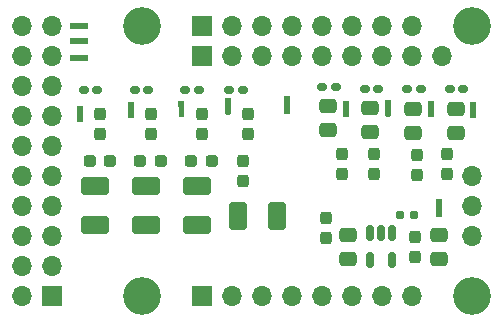
<source format=gbr>
%TF.GenerationSoftware,KiCad,Pcbnew,8.0.7*%
%TF.CreationDate,2024-12-23T17:36:37-05:00*%
%TF.ProjectId,tac5212_audio_board_single_ended,74616335-3231-4325-9f61-7564696f5f62,rev?*%
%TF.SameCoordinates,Original*%
%TF.FileFunction,Soldermask,Bot*%
%TF.FilePolarity,Negative*%
%FSLAX46Y46*%
G04 Gerber Fmt 4.6, Leading zero omitted, Abs format (unit mm)*
G04 Created by KiCad (PCBNEW 8.0.7) date 2024-12-23 17:36:37*
%MOMM*%
%LPD*%
G01*
G04 APERTURE LIST*
G04 Aperture macros list*
%AMRoundRect*
0 Rectangle with rounded corners*
0 $1 Rounding radius*
0 $2 $3 $4 $5 $6 $7 $8 $9 X,Y pos of 4 corners*
0 Add a 4 corners polygon primitive as box body*
4,1,4,$2,$3,$4,$5,$6,$7,$8,$9,$2,$3,0*
0 Add four circle primitives for the rounded corners*
1,1,$1+$1,$2,$3*
1,1,$1+$1,$4,$5*
1,1,$1+$1,$6,$7*
1,1,$1+$1,$8,$9*
0 Add four rect primitives between the rounded corners*
20,1,$1+$1,$2,$3,$4,$5,0*
20,1,$1+$1,$4,$5,$6,$7,0*
20,1,$1+$1,$6,$7,$8,$9,0*
20,1,$1+$1,$8,$9,$2,$3,0*%
G04 Aperture macros list end*
%ADD10R,1.700000X1.700000*%
%ADD11O,1.700000X1.700000*%
%ADD12C,3.200000*%
%ADD13RoundRect,0.250000X0.475000X-0.337500X0.475000X0.337500X-0.475000X0.337500X-0.475000X-0.337500X0*%
%ADD14RoundRect,0.237500X-0.237500X0.300000X-0.237500X-0.300000X0.237500X-0.300000X0.237500X0.300000X0*%
%ADD15R,0.500000X0.500000*%
%ADD16R,0.450000X0.750000*%
%ADD17RoundRect,0.160000X0.222500X0.160000X-0.222500X0.160000X-0.222500X-0.160000X0.222500X-0.160000X0*%
%ADD18RoundRect,0.237500X-0.287500X-0.237500X0.287500X-0.237500X0.287500X0.237500X-0.287500X0.237500X0*%
%ADD19RoundRect,0.237500X0.237500X-0.300000X0.237500X0.300000X-0.237500X0.300000X-0.237500X-0.300000X0*%
%ADD20R,0.508000X0.500000*%
%ADD21R,0.508000X0.508000*%
%ADD22RoundRect,0.250001X0.924999X-0.499999X0.924999X0.499999X-0.924999X0.499999X-0.924999X-0.499999X0*%
%ADD23R,0.500000X0.508000*%
%ADD24RoundRect,0.250001X-0.499999X-0.924999X0.499999X-0.924999X0.499999X0.924999X-0.499999X0.924999X0*%
%ADD25RoundRect,0.237500X0.287500X0.237500X-0.287500X0.237500X-0.287500X-0.237500X0.287500X-0.237500X0*%
%ADD26RoundRect,0.160000X-0.222500X-0.160000X0.222500X-0.160000X0.222500X0.160000X-0.222500X0.160000X0*%
%ADD27RoundRect,0.250000X-0.475000X0.337500X-0.475000X-0.337500X0.475000X-0.337500X0.475000X0.337500X0*%
%ADD28RoundRect,0.150000X-0.150000X0.512500X-0.150000X-0.512500X0.150000X-0.512500X0.150000X0.512500X0*%
%ADD29RoundRect,0.160000X-0.197500X-0.160000X0.197500X-0.160000X0.197500X0.160000X-0.197500X0.160000X0*%
%ADD30RoundRect,0.237500X-0.237500X0.287500X-0.237500X-0.287500X0.237500X-0.287500X0.237500X0.287500X0*%
%ADD31R,0.475000X0.675000*%
G04 APERTURE END LIST*
%TO.C,OP2*%
G36*
X100550000Y-107425000D02*
G01*
X100050000Y-107425000D01*
X100050000Y-106575000D01*
X100550000Y-106575000D01*
X100550000Y-107425000D01*
G37*
%TO.C,INP2*%
G36*
X121650000Y-107435000D02*
G01*
X121150000Y-107435000D01*
X121150000Y-106585000D01*
X121650000Y-106585000D01*
X121650000Y-107435000D01*
G37*
%TO.C,GND108*%
G36*
X108946000Y-106154000D02*
G01*
X109454000Y-106154000D01*
X109454000Y-106654000D01*
X108946000Y-106654000D01*
X108946000Y-106154000D01*
G37*
%TO.C,INM2*%
G36*
X125250000Y-107482500D02*
G01*
X124750000Y-107482500D01*
X124750000Y-106632500D01*
X125250000Y-106632500D01*
X125250000Y-107482500D01*
G37*
%TO.C,OM2*%
G36*
X104450000Y-107200000D02*
G01*
X103950000Y-107200000D01*
X103950000Y-106350000D01*
X104450000Y-106350000D01*
X104450000Y-107200000D01*
G37*
%TO.C,SDA108*%
G36*
X91846000Y-102146000D02*
G01*
X91346000Y-102146000D01*
X91346000Y-102654000D01*
X91846000Y-102654000D01*
X91846000Y-102146000D01*
G37*
%TO.C,MCLK108*%
G36*
X91846000Y-99446000D02*
G01*
X91354000Y-99446000D01*
X91354000Y-99954000D01*
X91846000Y-99954000D01*
X91846000Y-99446000D01*
G37*
%TO.C,SCL108*%
G36*
X91846000Y-100746000D02*
G01*
X91346000Y-100746000D01*
X91346000Y-101254000D01*
X91846000Y-101254000D01*
X91846000Y-100746000D01*
G37*
%TO.C,OP1*%
G36*
X96250000Y-107500000D02*
G01*
X95750000Y-107500000D01*
X95750000Y-106650000D01*
X96250000Y-106650000D01*
X96250000Y-107500000D01*
G37*
%TO.C,INM1*%
G36*
X118050000Y-107362500D02*
G01*
X117550000Y-107362500D01*
X117550000Y-106512500D01*
X118050000Y-106512500D01*
X118050000Y-107362500D01*
G37*
%TO.C,G119*%
G36*
X121846000Y-114854000D02*
G01*
X122354000Y-114854000D01*
X122354000Y-115354000D01*
X121846000Y-115354000D01*
X121846000Y-114854000D01*
G37*
%TO.C,OM1*%
G36*
X91462500Y-106475000D02*
G01*
X91937500Y-106475000D01*
X91937500Y-107350000D01*
X91462500Y-107350000D01*
X91462500Y-106475000D01*
G37*
%TO.C,INP1*%
G36*
X114450000Y-107425000D02*
G01*
X113950000Y-107425000D01*
X113950000Y-106575000D01*
X114450000Y-106575000D01*
X114450000Y-107425000D01*
G37*
%TD*%
D10*
%TO.C,board_outline108*%
X89337500Y-122600000D03*
D11*
X86797500Y-122600000D03*
X89337500Y-120060000D03*
X86797500Y-120060000D03*
X89337500Y-117520000D03*
X86797500Y-117520000D03*
X89337500Y-114980000D03*
X86797500Y-114980000D03*
X89337500Y-112440000D03*
X86797500Y-112440000D03*
X89337500Y-109900000D03*
X86797500Y-109900000D03*
X89337500Y-107360000D03*
X86797500Y-107360000D03*
X89337500Y-104820000D03*
X86797500Y-104820000D03*
X89337500Y-102280000D03*
X86797500Y-102280000D03*
X89337500Y-99740000D03*
X86797500Y-99740000D03*
D10*
X102047500Y-102285000D03*
X102047500Y-99745000D03*
D11*
X104587500Y-102285000D03*
X104587500Y-99745000D03*
X107127500Y-102285000D03*
X107127500Y-99745000D03*
X109667500Y-102285000D03*
X109667500Y-99745000D03*
X112207500Y-102285000D03*
X112207500Y-99745000D03*
X114747500Y-102285000D03*
X114747500Y-99745000D03*
X117287500Y-102285000D03*
X117287500Y-99745000D03*
X119827500Y-102285000D03*
X119827500Y-99745000D03*
D10*
X102047500Y-122605000D03*
D11*
X104587500Y-122605000D03*
X107127500Y-122605000D03*
X109667500Y-122605000D03*
X112207500Y-122605000D03*
X114747500Y-122605000D03*
X117287500Y-122605000D03*
X119827500Y-122605000D03*
X124892500Y-117525000D03*
X124892500Y-114985000D03*
X124892500Y-112445000D03*
X122352500Y-102285000D03*
D12*
X96952500Y-99745000D03*
X124892500Y-99745000D03*
X96952500Y-122605000D03*
X124892500Y-122605000D03*
%TD*%
D13*
%TO.C,T\u002AC108*%
X122134314Y-119475000D03*
X122134314Y-117400000D03*
%TD*%
D14*
%TO.C,C127*%
X113900000Y-110537500D03*
X113900000Y-112262500D03*
%TD*%
D15*
%TO.C,OP2*%
X100300000Y-106325000D03*
D16*
X100300000Y-107100000D03*
%TD*%
D17*
%TO.C,D111*%
X104327500Y-105100000D03*
X105472500Y-105100000D03*
%TD*%
D18*
%TO.C,R108*%
X96825000Y-111100000D03*
X98575000Y-111100000D03*
%TD*%
D15*
%TO.C,INP2*%
X121400000Y-106335000D03*
D16*
X121400000Y-107110000D03*
%TD*%
D19*
%TO.C,T\u002AC109*%
X120034314Y-119300000D03*
X120034314Y-117575000D03*
%TD*%
D14*
%TO.C,C124*%
X122800000Y-110537500D03*
X122800000Y-112262500D03*
%TD*%
D20*
%TO.C,GND108*%
X109200000Y-106904000D03*
D21*
X109200000Y-105900000D03*
%TD*%
D14*
%TO.C,C125*%
X120200000Y-110637500D03*
X120200000Y-112362500D03*
%TD*%
D15*
%TO.C,INM2*%
X125000000Y-106382500D03*
D16*
X125000000Y-107157500D03*
%TD*%
D22*
%TO.C,C114*%
X93000000Y-116525000D03*
X93000000Y-113275000D03*
%TD*%
D13*
%TO.C,T\u002AC110*%
X114434314Y-119475000D03*
X114434314Y-117400000D03*
%TD*%
D15*
%TO.C,OM2*%
X104200000Y-106100000D03*
D16*
X104200000Y-106875000D03*
%TD*%
D23*
%TO.C,SDA108*%
X91096000Y-102400000D03*
D21*
X92100000Y-102400000D03*
%TD*%
%TO.C,MCLK108*%
X91100000Y-99700000D03*
X92100000Y-99700000D03*
%TD*%
D24*
%TO.C,C122*%
X105100001Y-115800000D03*
X108350001Y-115800000D03*
%TD*%
D23*
%TO.C,SCL108*%
X91096000Y-101000000D03*
D21*
X92100000Y-101000000D03*
%TD*%
D25*
%TO.C,R109*%
X94275000Y-111100000D03*
X92525000Y-111100000D03*
%TD*%
D26*
%TO.C,D113*%
X120572500Y-105035000D03*
X119427500Y-105035000D03*
%TD*%
D27*
%TO.C,FB110*%
X116300000Y-106625000D03*
X116300000Y-108700000D03*
%TD*%
%TO.C,FB111*%
X112700000Y-106462500D03*
X112700000Y-108537500D03*
%TD*%
D18*
%TO.C,R111*%
X101125000Y-111100000D03*
X102875000Y-111100000D03*
%TD*%
D26*
%TO.C,D112*%
X124172500Y-105082500D03*
X123027500Y-105082500D03*
%TD*%
D19*
%TO.C,C123*%
X105900000Y-108862500D03*
X105900000Y-107137500D03*
%TD*%
D28*
%TO.C,U109*%
X116261814Y-117277500D03*
X117211814Y-117277500D03*
X118161814Y-117277500D03*
X118161814Y-119552500D03*
X116261814Y-119552500D03*
%TD*%
D17*
%TO.C,D108*%
X96327500Y-105100000D03*
X97472500Y-105100000D03*
%TD*%
D19*
%TO.C,C113*%
X97700000Y-108862500D03*
X97700000Y-107137500D03*
%TD*%
D14*
%TO.C,C126*%
X116600000Y-110537500D03*
X116600000Y-112262500D03*
%TD*%
D17*
%TO.C,D110*%
X100627500Y-105100000D03*
X101772500Y-105100000D03*
%TD*%
D22*
%TO.C,C110*%
X97300000Y-116525000D03*
X97300000Y-113275000D03*
%TD*%
D17*
%TO.C,D109*%
X92027500Y-105100000D03*
X93172500Y-105100000D03*
%TD*%
D29*
%TO.C,R127*%
X118802500Y-115700000D03*
X119997500Y-115700000D03*
%TD*%
D19*
%TO.C,C121*%
X102000000Y-108862500D03*
X102000000Y-107137500D03*
%TD*%
D22*
%TO.C,C120*%
X101600000Y-116525000D03*
X101600000Y-113275000D03*
%TD*%
D26*
%TO.C,D114*%
X116972500Y-105035000D03*
X115827500Y-105035000D03*
%TD*%
D15*
%TO.C,OP1*%
X96000000Y-106400000D03*
D16*
X96000000Y-107175000D03*
%TD*%
D30*
%TO.C,R116*%
X105500000Y-111125000D03*
X105500000Y-112875000D03*
%TD*%
D15*
%TO.C,INM1*%
X117800000Y-106262500D03*
D16*
X117800000Y-107037500D03*
%TD*%
D27*
%TO.C,FB109*%
X119900000Y-106697500D03*
X119900000Y-108772500D03*
%TD*%
D20*
%TO.C,G119*%
X122100000Y-115604000D03*
D21*
X122100000Y-114600000D03*
%TD*%
D27*
%TO.C,FB108*%
X123500000Y-106735000D03*
X123500000Y-108810000D03*
%TD*%
D26*
%TO.C,D115*%
X113372500Y-104900000D03*
X112227500Y-104900000D03*
%TD*%
D14*
%TO.C,C129*%
X112500000Y-115937499D03*
X112500000Y-117662501D03*
%TD*%
D15*
%TO.C,OM1*%
X91700000Y-107600000D03*
D31*
X91700000Y-106812500D03*
%TD*%
D19*
%TO.C,C117*%
X93400000Y-108862500D03*
X93400000Y-107137500D03*
%TD*%
D15*
%TO.C,INP1*%
X114200000Y-106325000D03*
D16*
X114200000Y-107100000D03*
%TD*%
M02*

</source>
